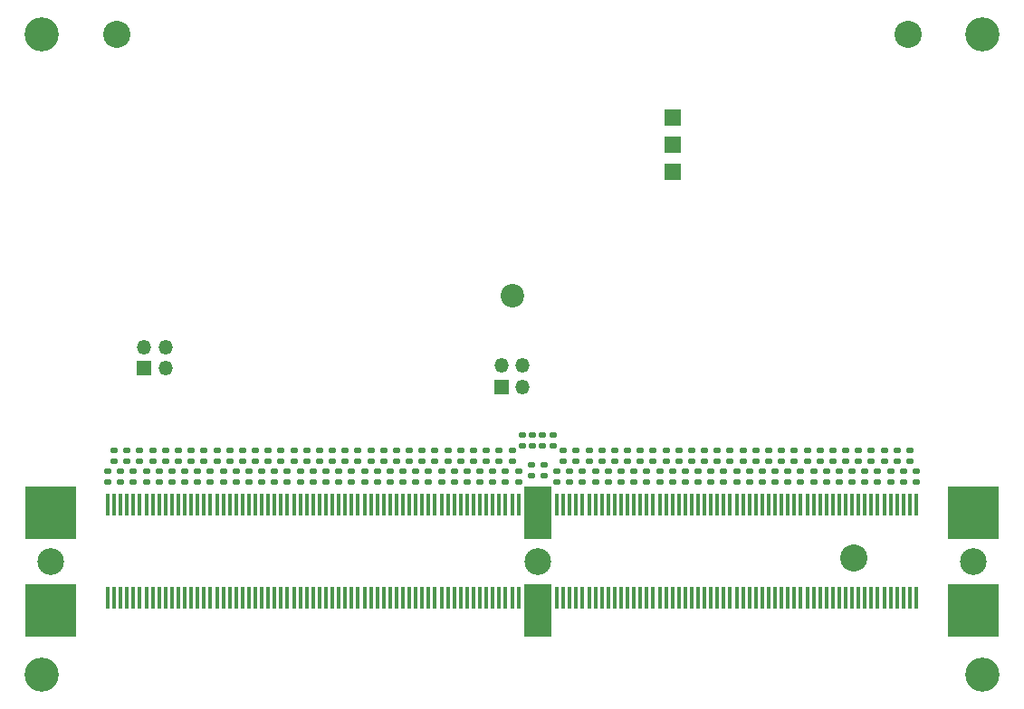
<source format=gbr>
G04 #@! TF.GenerationSoftware,KiCad,Pcbnew,6.0.9-8da3e8f707~117~ubuntu22.04.1*
G04 #@! TF.CreationDate,2023-03-03T14:59:22+01:00*
G04 #@! TF.ProjectId,ModulAdapterBasic,4d6f6475-6c41-4646-9170-746572426173,rev?*
G04 #@! TF.SameCoordinates,Original*
G04 #@! TF.FileFunction,Soldermask,Top*
G04 #@! TF.FilePolarity,Negative*
%FSLAX46Y46*%
G04 Gerber Fmt 4.6, Leading zero omitted, Abs format (unit mm)*
G04 Created by KiCad (PCBNEW 6.0.9-8da3e8f707~117~ubuntu22.04.1) date 2023-03-03 14:59:22*
%MOMM*%
%LPD*%
G01*
G04 APERTURE LIST*
G04 Aperture macros list*
%AMRoundRect*
0 Rectangle with rounded corners*
0 $1 Rounding radius*
0 $2 $3 $4 $5 $6 $7 $8 $9 X,Y pos of 4 corners*
0 Add a 4 corners polygon primitive as box body*
4,1,4,$2,$3,$4,$5,$6,$7,$8,$9,$2,$3,0*
0 Add four circle primitives for the rounded corners*
1,1,$1+$1,$2,$3*
1,1,$1+$1,$4,$5*
1,1,$1+$1,$6,$7*
1,1,$1+$1,$8,$9*
0 Add four rect primitives between the rounded corners*
20,1,$1+$1,$2,$3,$4,$5,0*
20,1,$1+$1,$4,$5,$6,$7,0*
20,1,$1+$1,$6,$7,$8,$9,0*
20,1,$1+$1,$8,$9,$2,$3,0*%
G04 Aperture macros list end*
%ADD10R,1.501140X1.501140*%
%ADD11R,4.800000X5.000000*%
%ADD12C,2.500000*%
%ADD13R,2.600000X5.000000*%
%ADD14R,0.350000X2.000000*%
%ADD15C,2.540000*%
%ADD16C,3.200000*%
%ADD17RoundRect,0.135000X0.185000X-0.135000X0.185000X0.135000X-0.185000X0.135000X-0.185000X-0.135000X0*%
%ADD18C,2.200000*%
%ADD19RoundRect,0.135000X-0.185000X0.135000X-0.185000X-0.135000X0.185000X-0.135000X0.185000X0.135000X0*%
%ADD20R,1.350000X1.350000*%
%ADD21O,1.350000X1.350000*%
G04 APERTURE END LIST*
D10*
X114986000Y-84360000D03*
X114986000Y-86900000D03*
D11*
X56900000Y-127990000D03*
D12*
X102400000Y-123400000D03*
D13*
X102400000Y-118810000D03*
D12*
X56900000Y-123400000D03*
X143100000Y-123400000D03*
D11*
X56900000Y-118810000D03*
X143100000Y-118810000D03*
D13*
X102400000Y-127990000D03*
D11*
X143100000Y-127990000D03*
D14*
X62200000Y-126750000D03*
X62800000Y-126750000D03*
X63400000Y-126750000D03*
X64000000Y-126750000D03*
X64600000Y-126750000D03*
X65200000Y-126750000D03*
X65800000Y-126750000D03*
X66400000Y-126750000D03*
X67000000Y-126750000D03*
X67600000Y-126750000D03*
X68200000Y-126750000D03*
X68800000Y-126750000D03*
X69400000Y-126750000D03*
X70000000Y-126750000D03*
X70600000Y-126750000D03*
X71200000Y-126750000D03*
X71800000Y-126750000D03*
X72400000Y-126750000D03*
X73000000Y-126750000D03*
X73600000Y-126750000D03*
X74200000Y-126750000D03*
X74800000Y-126750000D03*
X75400000Y-126750000D03*
X76000000Y-126750000D03*
X76600000Y-126750000D03*
X77200000Y-126750000D03*
X77800000Y-126750000D03*
X78400000Y-126750000D03*
X79000000Y-126750000D03*
X79600000Y-126750000D03*
X80200000Y-126750000D03*
X80800000Y-126750000D03*
X81400000Y-126750000D03*
X82000000Y-126750000D03*
X82600000Y-126750000D03*
X83200000Y-126750000D03*
X83800000Y-126750000D03*
X84400000Y-126750000D03*
X85000000Y-126750000D03*
X85600000Y-126750000D03*
X86200000Y-126750000D03*
X86800000Y-126750000D03*
X87400000Y-126750000D03*
X88000000Y-126750000D03*
X88600000Y-126750000D03*
X89200000Y-126750000D03*
X89800000Y-126750000D03*
X90400000Y-126750000D03*
X91000000Y-126750000D03*
X91600000Y-126750000D03*
X92200000Y-126750000D03*
X92800000Y-126750000D03*
X93400000Y-126750000D03*
X94000000Y-126750000D03*
X94600000Y-126750000D03*
X95200000Y-126750000D03*
X95800000Y-126750000D03*
X96400000Y-126750000D03*
X97000000Y-126750000D03*
X97600000Y-126750000D03*
X98200000Y-126750000D03*
X98800000Y-126750000D03*
X99400000Y-126750000D03*
X100000000Y-126750000D03*
X100600000Y-126750000D03*
X104200000Y-126750000D03*
X104800000Y-126750000D03*
X105400000Y-126750000D03*
X106000000Y-126750000D03*
X106600000Y-126750000D03*
X107200000Y-126750000D03*
X107800000Y-126750000D03*
X108400000Y-126750000D03*
X109000000Y-126750000D03*
X109600000Y-126750000D03*
X110200000Y-126750000D03*
X110800000Y-126750000D03*
X111400000Y-126750000D03*
X112000000Y-126750000D03*
X112600000Y-126750000D03*
X113200000Y-126750000D03*
X113800000Y-126750000D03*
X114400000Y-126750000D03*
X115000000Y-126750000D03*
X115600000Y-126750000D03*
X116200000Y-126750000D03*
X116800000Y-126750000D03*
X117400000Y-126750000D03*
X118000000Y-126750000D03*
X118600000Y-126750000D03*
X119200000Y-126750000D03*
X119800000Y-126750000D03*
X120400000Y-126750000D03*
X121000000Y-126750000D03*
X121600000Y-126750000D03*
X122200000Y-126750000D03*
X122800000Y-126750000D03*
X123400000Y-126750000D03*
X124000000Y-126750000D03*
X124600000Y-126750000D03*
X125200000Y-126750000D03*
X125800000Y-126750000D03*
X126400000Y-126750000D03*
X127000000Y-126750000D03*
X127600000Y-126750000D03*
X128200000Y-126750000D03*
X128800000Y-126750000D03*
X129400000Y-126750000D03*
X130000000Y-126750000D03*
X130600000Y-126750000D03*
X131200000Y-126750000D03*
X131800000Y-126750000D03*
X132400000Y-126750000D03*
X133000000Y-126750000D03*
X133600000Y-126750000D03*
X134200000Y-126750000D03*
X134800000Y-126750000D03*
X135400000Y-126750000D03*
X136000000Y-126750000D03*
X136600000Y-126750000D03*
X137200000Y-126750000D03*
X137800000Y-126750000D03*
X62200000Y-118050000D03*
X62800000Y-118050000D03*
X63400000Y-118050000D03*
X64000000Y-118050000D03*
X64600000Y-118050000D03*
X65200000Y-118050000D03*
X65800000Y-118050000D03*
X66400000Y-118050000D03*
X67000000Y-118050000D03*
X67600000Y-118050000D03*
X68200000Y-118050000D03*
X68800000Y-118050000D03*
X69400000Y-118050000D03*
X70000000Y-118050000D03*
X70600000Y-118050000D03*
X71200000Y-118050000D03*
X71800000Y-118050000D03*
X72400000Y-118050000D03*
X73000000Y-118050000D03*
X73600000Y-118050000D03*
X74200000Y-118050000D03*
X74800000Y-118050000D03*
X75400000Y-118050000D03*
X76000000Y-118050000D03*
X76600000Y-118050000D03*
X77200000Y-118050000D03*
X77800000Y-118050000D03*
X78400000Y-118050000D03*
X79000000Y-118050000D03*
X79600000Y-118050000D03*
X80200000Y-118050000D03*
X80800000Y-118050000D03*
X81400000Y-118050000D03*
X82000000Y-118050000D03*
X82600000Y-118050000D03*
X83200000Y-118050000D03*
X83800000Y-118050000D03*
X84400000Y-118050000D03*
X85000000Y-118050000D03*
X85600000Y-118050000D03*
X86200000Y-118050000D03*
X86800000Y-118050000D03*
X87400000Y-118050000D03*
X88000000Y-118050000D03*
X88600000Y-118050000D03*
X89200000Y-118050000D03*
X89800000Y-118050000D03*
X90400000Y-118050000D03*
X91000000Y-118050000D03*
X91600000Y-118050000D03*
X92200000Y-118050000D03*
X92800000Y-118050000D03*
X93400000Y-118050000D03*
X94000000Y-118050000D03*
X94600000Y-118050000D03*
X95200000Y-118050000D03*
X95800000Y-118050000D03*
X96400000Y-118050000D03*
X97000000Y-118050000D03*
X97600000Y-118050000D03*
X98200000Y-118050000D03*
X98800000Y-118050000D03*
X99400000Y-118050000D03*
X100000000Y-118050000D03*
X100600000Y-118050000D03*
X104200000Y-118050000D03*
X104800000Y-118050000D03*
X105400000Y-118050000D03*
X106000000Y-118050000D03*
X106600000Y-118050000D03*
X107200000Y-118050000D03*
X107800000Y-118050000D03*
X108400000Y-118050000D03*
X109000000Y-118050000D03*
X109600000Y-118050000D03*
X110200000Y-118050000D03*
X110800000Y-118050000D03*
X111400000Y-118050000D03*
X112000000Y-118050000D03*
X112600000Y-118050000D03*
X113200000Y-118050000D03*
X113800000Y-118050000D03*
X114400000Y-118050000D03*
X115000000Y-118050000D03*
X115600000Y-118050000D03*
X116200000Y-118050000D03*
X116800000Y-118050000D03*
X117400000Y-118050000D03*
X118000000Y-118050000D03*
X118600000Y-118050000D03*
X119200000Y-118050000D03*
X119800000Y-118050000D03*
X120400000Y-118050000D03*
X121000000Y-118050000D03*
X121600000Y-118050000D03*
X122200000Y-118050000D03*
X122800000Y-118050000D03*
X123400000Y-118050000D03*
X124000000Y-118050000D03*
X124600000Y-118050000D03*
X125200000Y-118050000D03*
X125800000Y-118050000D03*
X126400000Y-118050000D03*
X127000000Y-118050000D03*
X127600000Y-118050000D03*
X128200000Y-118050000D03*
X128800000Y-118050000D03*
X129400000Y-118050000D03*
X130000000Y-118050000D03*
X130600000Y-118050000D03*
X131200000Y-118050000D03*
X131800000Y-118050000D03*
X132400000Y-118050000D03*
X133000000Y-118050000D03*
X133600000Y-118050000D03*
X134200000Y-118050000D03*
X134800000Y-118050000D03*
X135400000Y-118050000D03*
X136000000Y-118050000D03*
X136600000Y-118050000D03*
X137200000Y-118050000D03*
X137800000Y-118050000D03*
D15*
X137000000Y-74000000D03*
X132000000Y-123000000D03*
X63000000Y-74000000D03*
D16*
X56000000Y-74000000D03*
X144000000Y-74000000D03*
X56000000Y-134000000D03*
X144000000Y-134000000D03*
D17*
X89200000Y-113960000D03*
X89200000Y-112940000D03*
X97000000Y-115910000D03*
X97000000Y-114890000D03*
X98800000Y-113960000D03*
X98800000Y-112940000D03*
X82000000Y-113960000D03*
X82000000Y-112940000D03*
X107800000Y-115910000D03*
X107800000Y-114890000D03*
X115600000Y-113960000D03*
X115600000Y-112940000D03*
X125200000Y-113960000D03*
X125200000Y-112940000D03*
X64000000Y-113960000D03*
X64000000Y-112940000D03*
X131200000Y-113960000D03*
X131200000Y-112940000D03*
X84400000Y-113960000D03*
X84400000Y-112940000D03*
X105400000Y-115910000D03*
X105400000Y-114890000D03*
X89800000Y-115910000D03*
X89800000Y-114890000D03*
X82600000Y-115910000D03*
X82600000Y-114890000D03*
X116800000Y-113960000D03*
X116800000Y-112940000D03*
X114400000Y-113960000D03*
X114400000Y-112940000D03*
X83200000Y-113960000D03*
X83200000Y-112940000D03*
D18*
X100000000Y-98500000D03*
D17*
X67000000Y-115910000D03*
X67000000Y-114890000D03*
X113200000Y-113960000D03*
X113200000Y-112940000D03*
X134800000Y-113960000D03*
X134800000Y-112940000D03*
X77200000Y-113960000D03*
X77200000Y-112940000D03*
X91000000Y-115910000D03*
X91000000Y-114890000D03*
X95800000Y-115910000D03*
X95800000Y-114890000D03*
X135400000Y-115910000D03*
X135400000Y-114890000D03*
X76600000Y-115910000D03*
X76600000Y-114890000D03*
X72400000Y-113960000D03*
X72400000Y-112940000D03*
X98200000Y-115910000D03*
X98200000Y-114890000D03*
X86800000Y-113960000D03*
X86800000Y-112940000D03*
X67600000Y-113960000D03*
X67600000Y-112940000D03*
X91600000Y-113960000D03*
X91600000Y-112940000D03*
X121600000Y-113960000D03*
X121600000Y-112940000D03*
X126400000Y-113960000D03*
X126400000Y-112940000D03*
X66400000Y-113960000D03*
X66400000Y-112940000D03*
X71200000Y-113960000D03*
X71200000Y-112940000D03*
X99400000Y-115910000D03*
X99400000Y-114890000D03*
X112600000Y-115910000D03*
X112600000Y-114890000D03*
X134200000Y-115910000D03*
X134200000Y-114890000D03*
X76000000Y-113960000D03*
X76000000Y-112940000D03*
X113800000Y-115910000D03*
X113800000Y-114890000D03*
X94000000Y-113960000D03*
X94000000Y-112940000D03*
X125800000Y-115910000D03*
X125800000Y-114890000D03*
X87400000Y-115910000D03*
X87400000Y-114890000D03*
X117400000Y-115910000D03*
X117400000Y-114890000D03*
X132400000Y-113960000D03*
X132400000Y-112940000D03*
X70600000Y-115910000D03*
X70600000Y-114890000D03*
X122200000Y-115910000D03*
X122200000Y-114890000D03*
X81400000Y-115910000D03*
X81400000Y-114890000D03*
X74200000Y-115910000D03*
X74200000Y-114890000D03*
X94600000Y-115910000D03*
X94600000Y-114890000D03*
X127000000Y-115910000D03*
X127000000Y-114890000D03*
X77800000Y-115910000D03*
X77800000Y-114890000D03*
X97600000Y-113960000D03*
X97600000Y-112940000D03*
D19*
X103825000Y-111525000D03*
X103825000Y-112545000D03*
D17*
X130600000Y-115910000D03*
X130600000Y-114890000D03*
X73000000Y-115910000D03*
X73000000Y-114890000D03*
X95200000Y-113960000D03*
X95200000Y-112940000D03*
X79600000Y-113960000D03*
X79600000Y-112940000D03*
X85000000Y-115910000D03*
X85000000Y-114890000D03*
X62800000Y-113960000D03*
X62800000Y-112940000D03*
D10*
X115000000Y-81820000D03*
D17*
X69400000Y-115910000D03*
X69400000Y-114890000D03*
X124000000Y-113960000D03*
X124000000Y-112940000D03*
X63400000Y-115910000D03*
X63400000Y-114890000D03*
X74800000Y-113960000D03*
X74800000Y-112940000D03*
X73600000Y-113960000D03*
X73600000Y-112940000D03*
X136600000Y-115910000D03*
X136600000Y-114890000D03*
X106000000Y-113960000D03*
X106000000Y-112940000D03*
X80800000Y-113960000D03*
X80800000Y-112940000D03*
X118000000Y-113960000D03*
X118000000Y-112940000D03*
X128200000Y-115910000D03*
X128200000Y-114890000D03*
X71800000Y-115910000D03*
X71800000Y-114890000D03*
X118600000Y-115910000D03*
X118600000Y-114890000D03*
X120400000Y-113960000D03*
X120400000Y-112940000D03*
X75400000Y-115910000D03*
X75400000Y-114890000D03*
D19*
X103000000Y-114290000D03*
X103000000Y-115310000D03*
D17*
X92200000Y-115910000D03*
X92200000Y-114890000D03*
X65800000Y-115910000D03*
X65800000Y-114890000D03*
X88000000Y-113960000D03*
X88000000Y-112940000D03*
X85600000Y-113960000D03*
X85600000Y-112940000D03*
X119200000Y-113960000D03*
X119200000Y-112940000D03*
X127600000Y-113960000D03*
X127600000Y-112940000D03*
X90400000Y-113960000D03*
X90400000Y-112940000D03*
D19*
X101800000Y-114290000D03*
X101800000Y-115310000D03*
D17*
X86200000Y-115910000D03*
X86200000Y-114890000D03*
X110200000Y-115910000D03*
X110200000Y-114890000D03*
X100000000Y-113960000D03*
X100000000Y-112940000D03*
X106600000Y-115910000D03*
X106600000Y-114890000D03*
X108400000Y-113960000D03*
X108400000Y-112940000D03*
X96400000Y-113960000D03*
X96400000Y-112940000D03*
X64600000Y-115910000D03*
X64600000Y-114890000D03*
X115000000Y-115910000D03*
X115000000Y-114890000D03*
X136000000Y-113960000D03*
X136000000Y-112940000D03*
X79000000Y-115910000D03*
X79000000Y-114890000D03*
X110800000Y-113960000D03*
X110800000Y-112940000D03*
X109600000Y-113960000D03*
X109600000Y-112940000D03*
X88600000Y-115910000D03*
X88600000Y-114890000D03*
X131800000Y-115910000D03*
X131800000Y-114890000D03*
X100600000Y-115910000D03*
X100600000Y-114890000D03*
X70000000Y-113960000D03*
X70000000Y-112940000D03*
X137200000Y-113960000D03*
X137200000Y-112940000D03*
X122800000Y-113960000D03*
X122800000Y-112940000D03*
X68800000Y-113960000D03*
X68800000Y-112940000D03*
X111400000Y-115910000D03*
X111400000Y-114890000D03*
X80200000Y-115910000D03*
X80200000Y-114890000D03*
D19*
X101925000Y-111525000D03*
X101925000Y-112545000D03*
D17*
X68200000Y-115910000D03*
X68200000Y-114890000D03*
X128800000Y-113960000D03*
X128800000Y-112940000D03*
X137800000Y-115910000D03*
X137800000Y-114890000D03*
X121000000Y-115910000D03*
X121000000Y-114890000D03*
X116200000Y-115910000D03*
X116200000Y-114890000D03*
X104200000Y-115910000D03*
X104200000Y-114890000D03*
X119800000Y-115910000D03*
X119800000Y-114890000D03*
X93400000Y-115910000D03*
X93400000Y-114890000D03*
X109000000Y-115910000D03*
X109000000Y-114890000D03*
X107200000Y-113960000D03*
X107200000Y-112940000D03*
X130000000Y-113960000D03*
X130000000Y-112940000D03*
X129400000Y-115910000D03*
X129400000Y-114890000D03*
X104800000Y-113960000D03*
X104800000Y-112940000D03*
X78400000Y-113960000D03*
X78400000Y-112940000D03*
D19*
X102875000Y-111525000D03*
X102875000Y-112545000D03*
D17*
X133600000Y-113960000D03*
X133600000Y-112940000D03*
X92800000Y-113960000D03*
X92800000Y-112940000D03*
X83800000Y-115910000D03*
X83800000Y-114890000D03*
D19*
X100975000Y-111525000D03*
X100975000Y-112545000D03*
D17*
X123400000Y-115910000D03*
X123400000Y-114890000D03*
X112000000Y-113960000D03*
X112000000Y-112940000D03*
X62200000Y-115910000D03*
X62200000Y-114890000D03*
X133000000Y-115910000D03*
X133000000Y-114890000D03*
X65200000Y-113960000D03*
X65200000Y-112940000D03*
X124600000Y-115910000D03*
X124600000Y-114890000D03*
D20*
X99000000Y-107000000D03*
D21*
X101000000Y-107000000D03*
X99000000Y-105000000D03*
X101000000Y-105000000D03*
D20*
X65600000Y-105300000D03*
D21*
X67600000Y-105300000D03*
X65600000Y-103300000D03*
X67600000Y-103300000D03*
M02*

</source>
